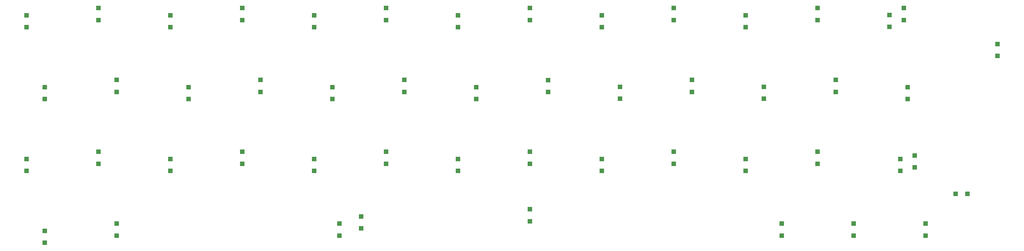
<source format=gtp>
G04 #@! TF.GenerationSoftware,KiCad,Pcbnew,(5.1.10)-1*
G04 #@! TF.CreationDate,2022-03-21T16:41:14+02:00*
G04 #@! TF.ProjectId,Verdantrev01,56657264-616e-4747-9265-7630312e6b69,rev?*
G04 #@! TF.SameCoordinates,Original*
G04 #@! TF.FileFunction,Paste,Top*
G04 #@! TF.FilePolarity,Positive*
%FSLAX46Y46*%
G04 Gerber Fmt 4.6, Leading zero omitted, Abs format (unit mm)*
G04 Created by KiCad (PCBNEW (5.1.10)-1) date 2022-03-21 16:41:14*
%MOMM*%
%LPD*%
G01*
G04 APERTURE LIST*
%ADD10R,1.200000X1.200000*%
G04 APERTURE END LIST*
D10*
X261937500Y-38430000D03*
X261937500Y-41580000D03*
X52387500Y-39675000D03*
X52387500Y-36525000D03*
X111442500Y-77775000D03*
X111442500Y-74625000D03*
X142875000Y-60630000D03*
X142875000Y-57480000D03*
X47625000Y-58725000D03*
X47625000Y-55575000D03*
X228600000Y-77775000D03*
X228600000Y-74625000D03*
X104775000Y-57480000D03*
X104775000Y-60630000D03*
X238125000Y-20625000D03*
X238125000Y-17475000D03*
X200025000Y-55575000D03*
X200025000Y-58725000D03*
X33337500Y-79680000D03*
X33337500Y-76530000D03*
X90487500Y-39675000D03*
X90487500Y-36525000D03*
X219075000Y-60630000D03*
X219075000Y-57480000D03*
X247650000Y-77775000D03*
X247650000Y-74625000D03*
X85725000Y-17475000D03*
X85725000Y-20625000D03*
X260985000Y-20625000D03*
X260985000Y-17475000D03*
X28575000Y-22530000D03*
X28575000Y-19380000D03*
X109537500Y-38430000D03*
X109537500Y-41580000D03*
X128587500Y-39675000D03*
X128587500Y-36525000D03*
X147637500Y-38430000D03*
X147637500Y-41580000D03*
X180975000Y-22530000D03*
X180975000Y-19380000D03*
X166687500Y-39743750D03*
X166687500Y-36593750D03*
X185737500Y-38340000D03*
X185737500Y-41490000D03*
X204787500Y-39675000D03*
X204787500Y-36525000D03*
X52387500Y-74625000D03*
X52387500Y-77775000D03*
X260032500Y-60630000D03*
X260032500Y-57480000D03*
X180975000Y-60630000D03*
X180975000Y-57480000D03*
X161925000Y-55575000D03*
X161925000Y-58725000D03*
X200025000Y-20625000D03*
X200025000Y-17475000D03*
X257175000Y-22440000D03*
X257175000Y-19290000D03*
X219075000Y-22530000D03*
X219075000Y-19380000D03*
X47625000Y-17475000D03*
X47625000Y-20625000D03*
X242887500Y-36525000D03*
X242887500Y-39675000D03*
X104775000Y-19380000D03*
X104775000Y-22530000D03*
X263842500Y-56527500D03*
X263842500Y-59677500D03*
X71437500Y-38430000D03*
X71437500Y-41580000D03*
X223837500Y-38340000D03*
X223837500Y-41490000D03*
X285750000Y-27000000D03*
X285750000Y-30150000D03*
X28575000Y-57480000D03*
X28575000Y-60630000D03*
X238125000Y-55575000D03*
X238125000Y-58725000D03*
X161925000Y-70815000D03*
X161925000Y-73965000D03*
X123825000Y-17475000D03*
X123825000Y-20625000D03*
X33337500Y-41580000D03*
X33337500Y-38430000D03*
X161925000Y-17475000D03*
X161925000Y-20625000D03*
X266700000Y-74625000D03*
X266700000Y-77775000D03*
X123825000Y-58725000D03*
X123825000Y-55575000D03*
X66675000Y-19380000D03*
X66675000Y-22530000D03*
X85725000Y-58725000D03*
X85725000Y-55575000D03*
X142875000Y-19392500D03*
X142875000Y-22542500D03*
X66675000Y-57480000D03*
X66675000Y-60630000D03*
X274650000Y-66675000D03*
X277800000Y-66675000D03*
X117157500Y-72720000D03*
X117157500Y-75870000D03*
M02*

</source>
